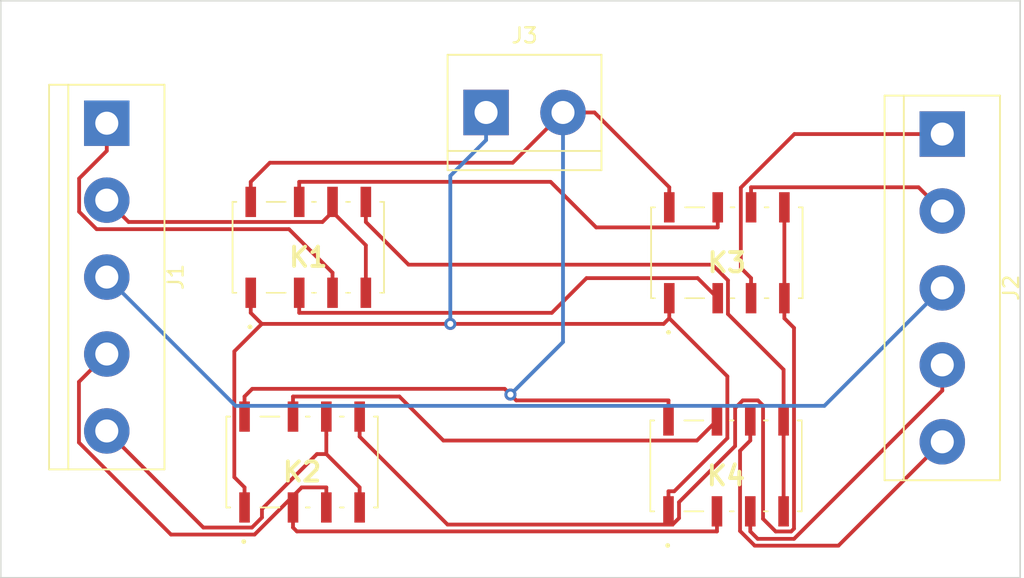
<source format=kicad_pcb>
(kicad_pcb (version 20211014) (generator pcbnew)
  (layers (0 "F.Cu" signal) (31 "B.Cu" signal) (34 "B.Paste" user) (35 "F.Paste" user) (36 "B.SilkS" user "B.Silkscreen") (37 "F.SilkS" user "F.Silkscreen") (38 "B.Mask" user) (39 "F.Mask" user) (44 "Edge.Cuts" user))
  (net 0 "")
  (net 1 "PIN2A")
  (net 2 "PIN3")
  (net 3 "PIN1A")
  (net 4 "PIN4A")
  (net 5 "PIN5A")
  (net 6 "PIN2B")
  (net 7 "PIN1B")
  (net 8 "PIN4B")
  (net 9 "PIN5B")
  (net 10 "Coil+")
  (net 11 "GND")
  (net 12 "Line1")
  (net 13 "Line3")
  (net 14 "Line2")
  (net 15 "Line5")
  (net 16 "Line4")
  (net 17 "Line6")
  (footprint "SamacSys_Parts:314620397" (layer "F.Cu") (at 174.8909 106.9136)
    (fp_text reference "K4" (at 0 0.65) (layer "F.SilkS") (effects (font (size 1.27 1.27) (thickness 0.254))))
    (fp_text value "3-1462039-7" hide)
    (fp_line (start 2.5 3) (end 2.75 3) (layer "F.SilkS") (width 0.1))
    (fp_line (start -5 -3) (end -5 3) (layer "F.SilkS") (width 0.1))
    (fp_line (start -2.75 -3) (end -2.75 -3) (layer "F.SilkS") (width 0.1))
    (fp_line (start -4.75 3) (end -4.75 3) (layer "F.SilkS") (width 0.1))
    (fp_line (start 0.25 -3) (end 0.25 -3) (layer "F.SilkS") (width 0.1))
    (fp_line (start -3.9 5.25) (end -3.9 5.25) (layer "F.SilkS") (width 0.2))
    (fp_line (start 2.75 3) (end 2.75 3) (layer "F.SilkS") (width 0.1))
    (fp_line (start 5 -3) (end 4.75 -3) (layer "F.SilkS") (width 0.1))
    (fp_line (start -3.9 5.25) (end -3.9 5.25) (layer "F.SilkS") (width 0.2))
    (fp_line (start 5 3) (end 5 3) (layer "F.SilkS") (width 0.1))
    (fp_line (start -5 -3) (end -4.75 -3) (layer "F.SilkS") (width 0.1))
    (fp_line (start 5 3) (end 5 3) (layer "F.SilkS") (width 0.1))
    (fp_line (start 0.5 3) (end 0.5 3) (layer "F.SilkS") (width 0.1))
    (fp_line (start -4.75 3) (end -5 3) (layer "F.SilkS") (width 0.1))
    (fp_line (start 2.5 -3) (end 2.75 -3) (layer "F.SilkS") (width 0.1))
    (fp_line (start -4.75 -3) (end -4.75 -3) (layer "F.SilkS") (width 0.1))
    (fp_line (start 4.75 3) (end 4.75 3) (layer "F.SilkS") (width 0.1))
    (fp_line (start 0.25 3) (end 0.25 3) (layer "F.SilkS") (width 0.1))
    (fp_line (start 0.5 -3) (end 0.5 -3) (layer "F.SilkS") (width 0.1))
    (fp_line (start 5 -3) (end 5 -3) (layer "F.SilkS") (width 0.1))
    (fp_line (start 2.75 3) (end 2.5 3) (layer "F.SilkS") (width 0.1))
    (fp_line (start -5 3) (end -5 3) (layer "F.SilkS") (width 0.1))
    (fp_line (start -5 3) (end -4.75 3) (layer "F.SilkS") (width 0.1))
    (fp_line (start -5 -3) (end -5 -3) (layer "F.SilkS") (width 0.1))
    (fp_line (start 5 -3) (end 5 -3) (layer "F.SilkS") (width 0.1))
    (fp_line (start -4.75 -3) (end -5 -3) (layer "F.SilkS") (width 0.1))
    (fp_line (start 5 -3) (end 5 3) (layer "F.SilkS") (width 0.1))
    (fp_line (start -2.75 3) (end -2.75 3) (layer "F.SilkS") (width 0.1))
    (fp_line (start 2.5 -3) (end 2.5 -3) (layer "F.SilkS") (width 0.1))
    (fp_line (start 0.5 3) (end 0.25 3) (layer "F.SilkS") (width 0.1))
    (fp_line (start -5 3) (end -5 3) (layer "F.SilkS") (width 0.1))
    (fp_line (start 4.75 3) (end 5 3) (layer "F.SilkS") (width 0.1))
    (fp_line (start 4.75 -3) (end 4.75 -3) (layer "F.SilkS") (width 0.1))
    (fp_line (start -3.8 5.25) (end -3.8 5.25) (layer "F.SilkS") (width 0.2))
    (fp_line (start 2.75 -3) (end 2.5 -3) (layer "F.SilkS") (width 0.1))
    (fp_line (start -5 3) (end -5 -3) (layer "F.SilkS") (width 0.1))
    (fp_line (start -1.5 3) (end -2.75 3) (layer "F.SilkS") (width 0.1))
    (fp_line (start 2.75 -3) (end 2.75 -3) (layer "F.SilkS") (width 0.1))
    (fp_line (start 0.5 -3) (end 0.25 -3) (layer "F.SilkS") (width 0.1))
    (fp_line (start -1.5 3) (end -1.5 3) (layer "F.SilkS") (width 0.1))
    (fp_line (start 5 3) (end 5 -3) (layer "F.SilkS") (width 0.1))
    (fp_line (start 4.75 -3) (end 5 -3) (layer "F.SilkS") (width 0.1))
    (fp_line (start 2.5 3) (end 2.5 3) (layer "F.SilkS") (width 0.1))
    (fp_line (start -2.75 -3) (end -1.5 -3) (layer "F.SilkS") (width 0.1))
    (fp_line (start -2.75 3) (end -1.5 3) (layer "F.SilkS") (width 0.1))
    (fp_line (start 5 3) (end 4.75 3) (layer "F.SilkS") (width 0.1))
    (fp_line (start -5 -3) (end -5 -3) (layer "F.SilkS") (width 0.1))
    (fp_line (start 0.25 -3) (end 0.5 -3) (layer "F.SilkS") (width 0.1))
    (fp_line (start -1.5 -3) (end -1.5 -3) (layer "F.SilkS") (width 0.1))
    (fp_line (start 0.25 3) (end 0.5 3) (layer "F.SilkS") (width 0.1))
    (fp_line (start -1.5 -3) (end -2.75 -3) (layer "F.SilkS") (width 0.1))
    (fp_arc (start -3.9 5.25) (mid -3.85 5.2) (end -3.8 5.25) (layer "F.SilkS") (width 0.2))
    (fp_arc (start -3.8 5.25) (mid -3.85 5.3) (end -3.9 5.25) (layer "F.SilkS") (width 0.2))
    (fp_arc (start -3.8 5.25) (mid -3.85 5.3) (end -3.9 5.25) (layer "F.SilkS") (width 0.2))
    (pad "1" smd rect locked (at -3.8 3) (size 0.7 2) (layers "F.Cu" "F.Paste" "F.Mask") (net 10 "Coil+"))
    (pad "2" smd rect locked (at -0.6 3) (size 0.7 2) (layers "F.Cu" "F.Paste" "F.Mask") (net 15 "Line5"))
    (pad "3" smd rect locked (at 1.6 3) (size 0.7 2) (layers "F.Cu" "F.Paste" "F.Mask") (net 8 "PIN4B"))
    (pad "4" smd rect locked (at 3.8 3) (size 0.7 2) (layers "F.Cu" "F.Paste" "F.Mask") (net 13 "Line3"))
    (pad "5" smd rect locked (at 3.8 -3) (size 0.7 2) (layers "F.Cu" "F.Paste" "F.Mask") (net 13 "Line3"))
    (pad "6" smd rect locked (at 1.6 -3) (size 0.7 2) (layers "F.Cu" "F.Paste" "F.Mask") (net 9 "PIN5B"))
    (pad "7" smd rect locked (at -0.6 -3) (size 0.7 2) (layers "F.Cu" "F.Paste" "F.Mask") (net 17 "Line6"))
    (pad "8" smd rect locked (at -3.8 -3) (size 0.7 2) (layers "F.Cu" "F.Paste" "F.Mask") (net 11 "GND"))
  )
  (footprint "SamacSys_Parts:314620397" (layer "F.Cu") (at 174.9421 92.8399)
    (fp_text reference "K3" (at 0 0.65) (layer "F.SilkS") (effects (font (size 1.27 1.27) (thickness 0.254))))
    (fp_text value "3-1462039-7" hide)
    (fp_line (start -5 3) (end -5 3) (layer "F.SilkS") (width 0.1))
    (fp_line (start 0.25 3) (end 0.5 3) (layer "F.SilkS") (width 0.1))
    (fp_line (start -3.8 5.25) (end -3.8 5.25) (layer "F.SilkS") (width 0.2))
    (fp_line (start -5 -3) (end -5 3) (layer "F.SilkS") (width 0.1))
    (fp_line (start -4.75 -3) (end -4.75 -3) (layer "F.SilkS") (width 0.1))
    (fp_line (start 2.5 -3) (end 2.75 -3) (layer "F.SilkS") (width 0.1))
    (fp_line (start 0.5 3) (end 0.5 3) (layer "F.SilkS") (width 0.1))
    (fp_line (start 5 3) (end 4.75 3) (layer "F.SilkS") (width 0.1))
    (fp_line (start -1.5 -3) (end -2.75 -3) (layer "F.SilkS") (width 0.1))
    (fp_line (start 5 -3) (end 4.75 -3) (layer "F.SilkS") (width 0.1))
    (fp_line (start 5 -3) (end 5 -3) (layer "F.SilkS") (width 0.1))
    (fp_line (start 4.75 3) (end 5 3) (layer "F.SilkS") (width 0.1))
    (fp_line (start -5 3) (end -5 3) (layer "F.SilkS") (width 0.1))
    (fp_line (start -1.5 -3) (end -1.5 -3) (layer "F.SilkS") (width 0.1))
    (fp_line (start 2.5 -3) (end 2.5 -3) (layer "F.SilkS") (width 0.1))
    (fp_line (start 0.25 3) (end 0.25 3) (layer "F.SilkS") (width 0.1))
    (fp_line (start -4.75 -3) (end -5 -3) (layer "F.SilkS") (width 0.1))
    (fp_line (start -5 -3) (end -5 -3) (layer "F.SilkS") (width 0.1))
    (fp_line (start 2.75 3) (end 2.5 3) (layer "F.SilkS") (width 0.1))
    (fp_line (start 5 3) (end 5 3) (layer "F.SilkS") (width 0.1))
    (fp_line (start 4.75 -3) (end 5 -3) (layer "F.SilkS") (width 0.1))
    (fp_line (start -5 -3) (end -5 -3) (layer "F.SilkS") (width 0.1))
    (fp_line (start 0.25 -3) (end 0.25 -3) (layer "F.SilkS") (width 0.1))
    (fp_line (start 2.5 3) (end 2.75 3) (layer "F.SilkS") (width 0.1))
    (fp_line (start 4.75 3) (end 4.75 3) (layer "F.SilkS") (width 0.1))
    (fp_line (start 0.5 -3) (end 0.5 -3) (layer "F.SilkS") (width 0.1))
    (fp_line (start -2.75 3) (end -1.5 3) (layer "F.SilkS") (width 0.1))
    (fp_line (start 2.75 3) (end 2.75 3) (layer "F.SilkS") (width 0.1))
    (fp_line (start 5 3) (end 5 3) (layer "F.SilkS") (width 0.1))
    (fp_line (start 2.5 3) (end 2.5 3) (layer "F.SilkS") (width 0.1))
    (fp_line (start 5 3) (end 5 -3) (layer "F.SilkS") (width 0.1))
    (fp_line (start -3.9 5.25) (end -3.9 5.25) (layer "F.SilkS") (width 0.2))
    (fp_line (start -5 -3) (end -4.75 -3) (layer "F.SilkS") (width 0.1))
    (fp_line (start -1.5 3) (end -2.75 3) (layer "F.SilkS") (width 0.1))
    (fp_line (start -2.75 -3) (end -1.5 -3) (layer "F.SilkS") (width 0.1))
    (fp_line (start -2.75 -3) (end -2.75 -3) (layer "F.SilkS") (width 0.1))
    (fp_line (start 5 -3) (end 5 -3) (layer "F.SilkS") (width 0.1))
    (fp_line (start -2.75 3) (end -2.75 3) (layer "F.SilkS") (width 0.1))
    (fp_line (start -3.9 5.25) (end -3.9 5.25) (layer "F.SilkS") (width 0.2))
    (fp_line (start 5 -3) (end 5 3) (layer "F.SilkS") (width 0.1))
    (fp_line (start 2.75 -3) (end 2.5 -3) (layer "F.SilkS") (width 0.1))
    (fp_line (start -1.5 3) (end -1.5 3) (layer "F.SilkS") (width 0.1))
    (fp_line (start 2.75 -3) (end 2.75 -3) (layer "F.SilkS") (width 0.1))
    (fp_line (start 0.25 -3) (end 0.5 -3) (layer "F.SilkS") (width 0.1))
    (fp_line (start -5 3) (end -4.75 3) (layer "F.SilkS") (width 0.1))
    (fp_line (start -5 3) (end -5 -3) (layer "F.SilkS") (width 0.1))
    (fp_line (start 4.75 -3) (end 4.75 -3) (layer "F.SilkS") (width 0.1))
    (fp_line (start 0.5 3) (end 0.25 3) (layer "F.SilkS") (width 0.1))
    (fp_line (start 0.5 -3) (end 0.25 -3) (layer "F.SilkS") (width 0.1))
    (fp_line (start -4.75 3) (end -4.75 3) (layer "F.SilkS") (width 0.1))
    (fp_line (start -4.75 3) (end -5 3) (layer "F.SilkS") (width 0.1))
    (fp_arc (start -3.9 5.25) (mid -3.85 5.2) (end -3.8 5.25) (layer "F.SilkS") (width 0.2))
    (fp_arc (start -3.8 5.25) (mid -3.85 5.3) (end -3.9 5.25) (layer "F.SilkS") (width 0.2))
    (fp_arc (start -3.8 5.25) (mid -3.85 5.3) (end -3.9 5.25) (layer "F.SilkS") (width 0.2))
    (pad "1" smd rect locked (at -3.8 3) (size 0.7 2) (layers "F.Cu" "F.Paste" "F.Mask") (net 10 "Coil+"))
    (pad "2" smd rect locked (at -0.6 3) (size 0.7 2) (layers "F.Cu" "F.Paste" "F.Mask") (net 12 "Line1"))
    (pad "3" smd rect locked (at 1.6 3) (size 0.7 2) (layers "F.Cu" "F.Paste" "F.Mask") (net 7 "PIN1B"))
    (pad "4" smd rect locked (at 3.8 3) (size 0.7 2) (layers "F.Cu" "F.Paste" "F.Mask") (net 16 "Line4"))
    (pad "5" smd rect locked (at 3.8 -3) (size 0.7 2) (layers "F.Cu" "F.Paste" "F.Mask") (net 16 "Line4"))
    (pad "6" smd rect locked (at 1.6 -3) (size 0.7 2) (layers "F.Cu" "F.Paste" "F.Mask") (net 6 "PIN2B"))
    (pad "7" smd rect locked (at -0.6 -3) (size 0.7 2) (layers "F.Cu" "F.Paste" "F.Mask") (net 14 "Line2"))
    (pad "8" smd rect locked (at -3.8 -3) (size 0.7 2) (layers "F.Cu" "F.Paste" "F.Mask") (net 11 "GND"))
  )
  (footprint "TerminalBlock:TerminalBlock_bornier-2_P5.08mm" (layer "F.Cu") (at 159.0449 83.5768)
    (fp_text reference "J3" (at 2.54 -5.08) (layer "F.SilkS"))
    (fp_text value "Screw_Terminal_01x02")
    (fp_line (start 7.62 3.81) (end 7.62 -3.81) (layer "F.SilkS") (width 0.12))
    (fp_line (start -2.54 -3.81) (end -2.54 3.81) (layer "F.SilkS") (width 0.12))
    (fp_line (start 7.62 -3.81) (end -2.54 -3.81) (layer "F.SilkS") (width 0.12))
    (fp_line (start 7.62 2.54) (end -2.54 2.54) (layer "F.SilkS") (width 0.12))
    (fp_line (start -2.54 3.81) (end 7.62 3.81) (layer "F.SilkS") (width 0.12))
    (pad "1" thru_hole rect locked (at 0 0) (size 3 3) (drill 1.52) (layers *.Cu *.Mask) (net 10 "Coil+"))
    (pad "2" thru_hole circle locked (at 5.08 0) (size 3 3) (drill 1.52) (layers *.Cu *.Mask) (net 11 "GND"))
  )
  (footprint "SamacSys_Parts:314620397" (layer "F.Cu") (at 146.8971 106.6577)
    (fp_text reference "K2" (at 0 0.65) (layer "F.SilkS") (effects (font (size 1.27 1.27) (thickness 0.254))))
    (fp_text value "3-1462039-7" hide)
    (fp_line (start 2.75 -3) (end 2.75 -3) (layer "F.SilkS") (width 0.1))
    (fp_line (start -3.8 5.25) (end -3.8 5.25) (layer "F.SilkS") (width 0.2))
    (fp_line (start 5 -3) (end 5 3) (layer "F.SilkS") (width 0.1))
    (fp_line (start -5 3) (end -5 -3) (layer "F.SilkS") (width 0.1))
    (fp_line (start -4.75 3) (end -5 3) (layer "F.SilkS") (width 0.1))
    (fp_line (start -5 -3) (end -5 3) (layer "F.SilkS") (width 0.1))
    (fp_line (start 0.25 -3) (end 0.25 -3) (layer "F.SilkS") (width 0.1))
    (fp_line (start 2.75 3) (end 2.75 3) (layer "F.SilkS") (width 0.1))
    (fp_line (start -2.75 -3) (end -2.75 -3) (layer "F.SilkS") (width 0.1))
    (fp_line (start -5 3) (end -4.75 3) (layer "F.SilkS") (width 0.1))
    (fp_line (start 5 3) (end 4.75 3) (layer "F.SilkS") (width 0.1))
    (fp_line (start 0.5 3) (end 0.25 3) (layer "F.SilkS") (width 0.1))
    (fp_line (start 2.5 -3) (end 2.75 -3) (layer "F.SilkS") (width 0.1))
    (fp_line (start 0.5 -3) (end 0.25 -3) (layer "F.SilkS") (width 0.1))
    (fp_line (start 5 -3) (end 5 -3) (layer "F.SilkS") (width 0.1))
    (fp_line (start 2.75 -3) (end 2.5 -3) (layer "F.SilkS") (width 0.1))
    (fp_line (start 0.5 -3) (end 0.5 -3) (layer "F.SilkS") (width 0.1))
    (fp_line (start 4.75 3) (end 4.75 3) (layer "F.SilkS") (width 0.1))
    (fp_line (start 0.25 3) (end 0.25 3) (layer "F.SilkS") (width 0.1))
    (fp_line (start -5 -3) (end -4.75 -3) (layer "F.SilkS") (width 0.1))
    (fp_line (start 2.5 3) (end 2.75 3) (layer "F.SilkS") (width 0.1))
    (fp_line (start 2.75 3) (end 2.5 3) (layer "F.SilkS") (width 0.1))
    (fp_line (start 4.75 3) (end 5 3) (layer "F.SilkS") (width 0.1))
    (fp_line (start 5 -3) (end 5 -3) (layer "F.SilkS") (width 0.1))
    (fp_line (start 5 3) (end 5 -3) (layer "F.SilkS") (width 0.1))
    (fp_line (start 5 3) (end 5 3) (layer "F.SilkS") (width 0.1))
    (fp_line (start -1.5 -3) (end -1.5 -3) (layer "F.SilkS") (width 0.1))
    (fp_line (start -4.75 -3) (end -4.75 -3) (layer "F.SilkS") (width 0.1))
    (fp_line (start -5 3) (end -5 3) (layer "F.SilkS") (width 0.1))
    (fp_line (start 2.5 -3) (end 2.5 -3) (layer "F.SilkS") (width 0.1))
    (fp_line (start -1.5 3) (end -1.5 3) (layer "F.SilkS") (width 0.1))
    (fp_line (start -4.75 -3) (end -5 -3) (layer "F.SilkS") (width 0.1))
    (fp_line (start -5 -3) (end -5 -3) (layer "F.SilkS") (width 0.1))
    (fp_line (start -2.75 3) (end -1.5 3) (layer "F.SilkS") (width 0.1))
    (fp_line (start 5 -3) (end 4.75 -3) (layer "F.SilkS") (width 0.1))
    (fp_line (start 5 3) (end 5 3) (layer "F.SilkS") (width 0.1))
    (fp_line (start -1.5 -3) (end -2.75 -3) (layer "F.SilkS") (width 0.1))
    (fp_line (start -2.75 -3) (end -1.5 -3) (layer "F.SilkS") (width 0.1))
    (fp_line (start 0.25 -3) (end 0.5 -3) (layer "F.SilkS") (width 0.1))
    (fp_line (start 2.5 3) (end 2.5 3) (layer "F.SilkS") (width 0.1))
    (fp_line (start -3.9 5.25) (end -3.9 5.25) (layer "F.SilkS") (width 0.2))
    (fp_line (start -1.5 3) (end -2.75 3) (layer "F.SilkS") (width 0.1))
    (fp_line (start -5 -3) (end -5 -3) (layer "F.SilkS") (width 0.1))
    (fp_line (start 0.25 3) (end 0.5 3) (layer "F.SilkS") (width 0.1))
    (fp_line (start -5 3) (end -5 3) (layer "F.SilkS") (width 0.1))
    (fp_line (start -4.75 3) (end -4.75 3) (layer "F.SilkS") (width 0.1))
    (fp_line (start 4.75 -3) (end 5 -3) (layer "F.SilkS") (width 0.1))
    (fp_line (start -2.75 3) (end -2.75 3) (layer "F.SilkS") (width 0.1))
    (fp_line (start 4.75 -3) (end 4.75 -3) (layer "F.SilkS") (width 0.1))
    (fp_line (start 0.5 3) (end 0.5 3) (layer "F.SilkS") (width 0.1))
    (fp_line (start -3.9 5.25) (end -3.9 5.25) (layer "F.SilkS") (width 0.2))
    (fp_arc (start -3.8 5.25) (mid -3.85 5.3) (end -3.9 5.25) (layer "F.SilkS") (width 0.2))
    (fp_arc (start -3.9 5.25) (mid -3.85 5.2) (end -3.8 5.25) (layer "F.SilkS") (width 0.2))
    (fp_arc (start -3.8 5.25) (mid -3.85 5.3) (end -3.9 5.25) (layer "F.SilkS") (width 0.2))
    (pad "1" smd rect locked (at -3.8 3) (size 0.7 2) (layers "F.Cu" "F.Paste" "F.Mask") (net 10 "Coil+"))
    (pad "2" smd rect locked (at -0.6 3) (size 0.7 2) (layers "F.Cu" "F.Paste" "F.Mask") (net 15 "Line5"))
    (pad "3" smd rect locked (at 1.6 3) (size 0.7 2) (layers "F.Cu" "F.Paste" "F.Mask") (net 4 "PIN4A"))
    (pad "4" smd rect locked (at 3.8 3) (size 0.7 2) (layers "F.Cu" "F.Paste" "F.Mask") (net 5 "PIN5A"))
    (pad "5" smd rect locked (at 3.8 -3) (size 0.7 2) (layers "F.Cu" "F.Paste" "F.Mask") (net 16 "Line4"))
    (pad "6" smd rect locked (at 1.6 -3) (size 0.7 2) (layers "F.Cu" "F.Paste" "F.Mask") (net 5 "PIN5A"))
    (pad "7" smd rect locked (at -0.6 -3) (size 0.7 2) (layers "F.Cu" "F.Paste" "F.Mask") (net 17 "Line6"))
    (pad "8" smd rect locked (at -3.8 -3) (size 0.7 2) (layers "F.Cu" "F.Paste" "F.Mask") (net 11 "GND"))
  )
  (footprint "TerminalBlock:TerminalBlock_bornier-5_P5.08mm" (layer "F.Cu") (at 134.0005 84.2856 -90)
    (fp_text reference "J1" (at 10.15 -4.55 90) (layer "F.SilkS"))
    (fp_text value "Screw_Terminal_01x05")
    (fp_line (start 22.86 -3.81) (end 22.86 3.81) (layer "F.SilkS") (width 0.12))
    (fp_line (start -2.54 2.54) (end 22.86 2.54) (layer "F.SilkS") (width 0.12))
    (fp_line (start -2.54 3.81) (end 22.86 3.81) (layer "F.SilkS") (width 0.12))
    (fp_line (start -2.54 -3.81) (end 22.86 -3.81) (layer "F.SilkS") (width 0.12))
    (fp_line (start -2.54 -3.81) (end -2.54 3.81) (layer "F.SilkS") (width 0.12))
    (pad "1" thru_hole rect locked (at 0 0 270) (size 3 3) (drill 1.52) (layers *.Cu *.Mask) (net 3 "PIN1A"))
    (pad "2" thru_hole circle locked (at 5.08 0 270) (size 3 3) (drill 1.52) (layers *.Cu *.Mask) (net 1 "PIN2A"))
    (pad "3" thru_hole circle locked (at 10.16 0 270) (size 3 3) (drill 1.52) (layers *.Cu *.Mask) (net 2 "PIN3"))
    (pad "4" thru_hole circle locked (at 15.24 0 270) (size 3 3) (drill 1.52) (layers *.Cu *.Mask) (net 4 "PIN4A"))
    (pad "5" thru_hole circle locked (at 20.32 0 270) (size 3 3) (drill 1.52) (layers *.Cu *.Mask) (net 5 "PIN5A"))
  )
  (footprint "SamacSys_Parts:314620397" (layer "F.Cu") (at 147.3065 92.4816)
    (fp_text reference "K1" (at 0 0.65) (layer "F.SilkS") (effects (font (size 1.27 1.27) (thickness 0.254))))
    (fp_text value "3-1462039-7" hide)
    (fp_line (start 5 3) (end 5 3) (layer "F.SilkS") (width 0.1))
    (fp_line (start -4.75 -3) (end -5 -3) (layer "F.SilkS") (width 0.1))
    (fp_line (start -5 -3) (end -5 -3) (layer "F.SilkS") (width 0.1))
    (fp_line (start 5 3) (end 5 -3) (layer "F.SilkS") (width 0.1))
    (fp_line (start -1.5 3) (end -1.5 3) (layer "F.SilkS") (width 0.1))
    (fp_line (start -5 3) (end -5 -3) (layer "F.SilkS") (width 0.1))
    (fp_line (start 5 -3) (end 5 -3) (layer "F.SilkS") (width 0.1))
    (fp_line (start -4.75 3) (end -4.75 3) (layer "F.SilkS") (width 0.1))
    (fp_line (start -2.75 -3) (end -2.75 -3) (layer "F.SilkS") (width 0.1))
    (fp_line (start 2.5 3) (end 2.75 3) (layer "F.SilkS") (width 0.1))
    (fp_line (start 4.75 3) (end 4.75 3) (layer "F.SilkS") (width 0.1))
    (fp_line (start 2.5 -3) (end 2.5 -3) (layer "F.SilkS") (width 0.1))
    (fp_line (start -4.75 3) (end -5 3) (layer "F.SilkS") (width 0.1))
    (fp_line (start 2.5 -3) (end 2.75 -3) (layer "F.SilkS") (width 0.1))
    (fp_line (start 5 3) (end 4.75 3) (layer "F.SilkS") (width 0.1))
    (fp_line (start -5 3) (end -5 3) (layer "F.SilkS") (width 0.1))
    (fp_line (start 5 -3) (end 4.75 -3) (layer "F.SilkS") (width 0.1))
    (fp_line (start -1.5 -3) (end -1.5 -3) (layer "F.SilkS") (width 0.1))
    (fp_line (start 0.25 3) (end 0.25 3) (layer "F.SilkS") (width 0.1))
    (fp_line (start 5 -3) (end 5 -3) (layer "F.SilkS") (width 0.1))
    (fp_line (start 0.5 3) (end 0.25 3) (layer "F.SilkS") (width 0.1))
    (fp_line (start -1.5 -3) (end -2.75 -3) (layer "F.SilkS") (width 0.1))
    (fp_line (start -2.75 3) (end -1.5 3) (layer "F.SilkS") (width 0.1))
    (fp_line (start -5 3) (end -5 3) (layer "F.SilkS") (width 0.1))
    (fp_line (start -1.5 3) (end -2.75 3) (layer "F.SilkS") (width 0.1))
    (fp_line (start -3.9 5.25) (end -3.9 5.25) (layer "F.SilkS") (width 0.2))
    (fp_line (start 0.5 3) (end 0.5 3) (layer "F.SilkS") (width 0.1))
    (fp_line (start 4.75 3) (end 5 3) (layer "F.SilkS") (width 0.1))
    (fp_line (start -5 -3) (end -5 -3) (layer "F.SilkS") (width 0.1))
    (fp_line (start -2.75 -3) (end -1.5 -3) (layer "F.SilkS") (width 0.1))
    (fp_line (start 2.75 -3) (end 2.75 -3) (layer "F.SilkS") (width 0.1))
    (fp_line (start 2.75 3) (end 2.5 3) (layer "F.SilkS") (width 0.1))
    (fp_line (start 0.5 -3) (end 0.5 -3) (layer "F.SilkS") (width 0.1))
    (fp_line (start 2.75 -3) (end 2.5 -3) (layer "F.SilkS") (width 0.1))
    (fp_line (start -2.75 3) (end -2.75 3) (layer "F.SilkS") (width 0.1))
    (fp_line (start 0.25 -3) (end 0.5 -3) (layer "F.SilkS") (width 0.1))
    (fp_line (start -3.9 5.25) (end -3.9 5.25) (layer "F.SilkS") (width 0.2))
    (fp_line (start 5 3) (end 5 3) (layer "F.SilkS") (width 0.1))
    (fp_line (start 5 -3) (end 5 3) (layer "F.SilkS") (width 0.1))
    (fp_line (start -5 -3) (end -4.75 -3) (layer "F.SilkS") (width 0.1))
    (fp_line (start 0.25 3) (end 0.5 3) (layer "F.SilkS") (width 0.1))
    (fp_line (start 4.75 -3) (end 4.75 -3) (layer "F.SilkS") (width 0.1))
    (fp_line (start -3.8 5.25) (end -3.8 5.25) (layer "F.SilkS") (width 0.2))
    (fp_line (start 2.5 3) (end 2.5 3) (layer "F.SilkS") (width 0.1))
    (fp_line (start 4.75 -3) (end 5 -3) (layer "F.SilkS") (width 0.1))
    (fp_line (start -5 3) (end -4.75 3) (layer "F.SilkS") (width 0.1))
    (fp_line (start 0.25 -3) (end 0.25 -3) (layer "F.SilkS") (width 0.1))
    (fp_line (start -4.75 -3) (end -4.75 -3) (layer "F.SilkS") (width 0.1))
    (fp_line (start -5 -3) (end -5 3) (layer "F.SilkS") (width 0.1))
    (fp_line (start 0.5 -3) (end 0.25 -3) (layer "F.SilkS") (width 0.1))
    (fp_line (start 2.75 3) (end 2.75 3) (layer "F.SilkS") (width 0.1))
    (fp_arc (start -3.9 5.25) (mid -3.85 5.2) (end -3.8 5.25) (layer "F.SilkS") (width 0.2))
    (fp_arc (start -3.8 5.25) (mid -3.85 5.3) (end -3.9 5.25) (layer "F.SilkS") (width 0.2))
    (fp_arc (start -3.8 5.25) (mid -3.85 5.3) (end -3.9 5.25) (layer "F.SilkS") (width 0.2))
    (pad "1" smd rect locked (at -3.8 3) (size 0.7 2) (layers "F.Cu" "F.Paste" "F.Mask") (net 10 "Coil+"))
    (pad "2" smd rect locked (at -0.6 3) (size 0.7 2) (layers "F.Cu" "F.Paste" "F.Mask") (net 12 "Line1"))
    (pad "3" smd rect locked (at 1.6 3) (size 0.7 2) (layers "F.Cu" "F.Paste" "F.Mask") (net 3 "PIN1A"))
    (pad "4" smd rect locked (at 3.8 3) (size 0.7 2) (layers "F.Cu" "F.Paste" "F.Mask") (net 1 "PIN2A"))
    (pad "5" smd rect locked (at 3.8 -3) (size 0.7 2) (layers "F.Cu" "F.Paste" "F.Mask") (net 13 "Line3"))
    (pad "6" smd rect locked (at 1.6 -3) (size 0.7 2) (layers "F.Cu" "F.Paste" "F.Mask") (net 1 "PIN2A"))
    (pad "7" smd rect locked (at -0.6 -3) (size 0.7 2) (layers "F.Cu" "F.Paste" "F.Mask") (net 14 "Line2"))
    (pad "8" smd rect locked (at -3.8 -3) (size 0.7 2) (layers "F.Cu" "F.Paste" "F.Mask") (net 11 "GND"))
  )
  (footprint "TerminalBlock:TerminalBlock_bornier-5_P5.08mm" (layer "F.Cu") (at 189.1693 85.002 -90)
    (fp_text reference "J2" (at 10.15 -4.55 90) (layer "F.SilkS"))
    (fp_text value "Screw_Terminal_01x05")
    (fp_line (start -2.54 -3.81) (end 22.86 -3.81) (layer "F.SilkS") (width 0.12))
    (fp_line (start -2.54 2.54) (end 22.86 2.54) (layer "F.SilkS") (width 0.12))
    (fp_line (start -2.54 -3.81) (end -2.54 3.81) (layer "F.SilkS") (width 0.12))
    (fp_line (start 22.86 -3.81) (end 22.86 3.81) (layer "F.SilkS") (width 0.12))
    (fp_line (start -2.54 3.81) (end 22.86 3.81) (layer "F.SilkS") (width 0.12))
    (pad "1" thru_hole rect locked (at 0 0 270) (size 3 3) (drill 1.52) (layers *.Cu *.Mask) (net 7 "PIN1B"))
    (pad "2" thru_hole circle locked (at 5.08 0 270) (size 3 3) (drill 1.52) (layers *.Cu *.Mask) (net 6 "PIN2B"))
    (pad "3" thru_hole circle locked (at 10.16 0 270) (size 3 3) (drill 1.52) (layers *.Cu *.Mask) (net 2 "PIN3"))
    (pad "4" thru_hole circle locked (at 15.24 0 270) (size 3 3) (drill 1.52) (layers *.Cu *.Mask) (net 8 "PIN4B"))
    (pad "5" thru_hole circle locked (at 20.32 0 270) (size 3 3) (drill 1.52) (layers *.Cu *.Mask) (net 9 "PIN5B"))
  )
  (gr_line (start 127 114.3) (end 194.31 114.3) (layer "Edge.Cuts") (width 0.1))
  (gr_line (start 194.31 76.2) (end 127 76.2) (layer "Edge.Cuts") (width 0.1))
  (gr_line (start 127 76.2) (end 127 114.3) (layer "Edge.Cuts") (width 0.1))
  (gr_line (start 194.31 114.3) (end 194.31 76.2) (layer "Edge.Cuts") (width 0.1))
  (segment (start 148.9065 89.4816) (end 148.9065 90.1441) (width 0.25) (layer "F.Cu") (net 1))
  (segment (start 151.1065 92.3441) (end 151.1065 95.4816) (width 0.25) (layer "F.Cu") (net 1))
  (segment (start 148.9065 90.1441) (end 151.1065 92.3441) (width 0.25) (layer "F.Cu") (net 1))
  (segment (start 134.0005 89.3656) (end 135.4417 90.8068) (width 0.25) (layer "F.Cu") (net 1))
  (segment (start 135.4417 90.8068) (end 148.2438 90.8068) (width 0.25) (layer "F.Cu") (net 1))
  (segment (start 148.2438 90.8068) (end 148.9065 90.1441) (width 0.25) (layer "F.Cu") (net 1))
  (segment (start 142.5031 102.9482) (end 181.3831 102.9482) (width 0.25) (layer "B.Cu") (net 2))
  (segment (start 134.0005 94.4456) (end 142.5031 102.9482) (width 0.25) (layer "B.Cu") (net 2))
  (segment (start 181.3831 102.9482) (end 189.1693 95.162) (width 0.25) (layer "B.Cu") (net 2))
  (segment (start 132.1754 90.1286) (end 132.1754 87.9358) (width 0.25) (layer "F.Cu") (net 3))
  (segment (start 132.1754 87.9358) (end 134.0005 86.1107) (width 0.25) (layer "F.Cu") (net 3))
  (segment (start 148.9065 95.4816) (end 148.9065 94.1565) (width 0.25) (layer "F.Cu") (net 3))
  (segment (start 133.3289 91.2821) (end 132.1754 90.1286) (width 0.25) (layer "F.Cu") (net 3))
  (segment (start 134.0005 84.2856) (end 134.0005 86.1107) (width 0.25) (layer "F.Cu") (net 3))
  (segment (start 146.0321 91.2821) (end 133.3289 91.2821) (width 0.25) (layer "F.Cu") (net 3))
  (segment (start 148.9065 94.1565) (end 146.0321 91.2821) (width 0.25) (layer "F.Cu") (net 3))
  (segment (start 134.0005 99.5256) (end 132.1629 101.3632) (width 0.25) (layer "F.Cu") (net 4))
  (segment (start 143.7581 111.4462) (end 146.8717 108.3326) (width 0.25) (layer "F.Cu") (net 4))
  (segment (start 132.1629 101.3632) (end 132.1629 105.3695) (width 0.25) (layer "F.Cu") (net 4))
  (segment (start 146.8717 108.3326) (end 148.4971 108.3326) (width 0.25) (layer "F.Cu") (net 4))
  (segment (start 148.4971 109.6577) (end 148.4971 108.3326) (width 0.25) (layer "F.Cu") (net 4))
  (segment (start 132.1629 105.3695) (end 138.2396 111.4462) (width 0.25) (layer "F.Cu") (net 4))
  (segment (start 138.2396 111.4462) (end 143.7581 111.4462) (width 0.25) (layer "F.Cu") (net 4))
  (segment (start 140.3778 110.9829) (end 134.0005 104.6056) (width 0.25) (layer "F.Cu") (net 5))
  (segment (start 144.2471 109.7619) (end 144.2471 110.3205) (width 0.25) (layer "F.Cu") (net 5))
  (segment (start 148.4971 103.6577) (end 148.4971 104.8702) (width 0.25) (layer "F.Cu") (net 5))
  (segment (start 143.5847 110.9829) (end 140.3778 110.9829) (width 0.25) (layer "F.Cu") (net 5))
  (segment (start 150.6971 109.6577) (end 150.6971 108.3326) (width 0.25) (layer "F.Cu") (net 5))
  (segment (start 148.4971 104.8702) (end 148.4971 106.1326) (width 0.25) (layer "F.Cu") (net 5))
  (segment (start 148.4971 106.1326) (end 147.8764 106.1326) (width 0.25) (layer "F.Cu") (net 5))
  (segment (start 144.2471 110.3205) (end 143.5847 110.9829) (width 0.25) (layer "F.Cu") (net 5))
  (segment (start 148.4971 106.1326) (end 150.6971 108.3326) (width 0.25) (layer "F.Cu") (net 5))
  (segment (start 147.8764 106.1326) (end 144.2471 109.7619) (width 0.25) (layer "F.Cu") (net 5))
  (segment (start 189.1693 90.082) (end 187.6021 88.5148) (width 0.25) (layer "F.Cu") (net 6))
  (segment (start 187.6021 88.5148) (end 176.5421 88.5148) (width 0.25) (layer "F.Cu") (net 6))
  (segment (start 176.5421 89.8399) (end 176.5421 88.5148) (width 0.25) (layer "F.Cu") (net 6))
  (segment (start 176.5421 95.8399) (end 176.5421 94.5148) (width 0.25) (layer "F.Cu") (net 7))
  (segment (start 175.867 93.8397) (end 176.5421 94.5148) (width 0.25) (layer "F.Cu") (net 7))
  (segment (start 179.4056 85.002) (end 175.867 88.5406) (width 0.25) (layer "F.Cu") (net 7))
  (segment (start 189.1693 85.002) (end 179.4056 85.002) (width 0.25) (layer "F.Cu") (net 7))
  (segment (start 175.867 88.5406) (end 175.867 93.8397) (width 0.25) (layer "F.Cu") (net 7))
  (segment (start 179.3805 111.7301) (end 176.9823 111.7301) (width 0.25) (layer "F.Cu") (net 8))
  (segment (start 189.1693 101.9413) (end 179.3805 111.7301) (width 0.25) (layer "F.Cu") (net 8))
  (segment (start 189.1693 100.242) (end 189.1693 101.9413) (width 0.25) (layer "F.Cu") (net 8))
  (segment (start 176.9823 111.7301) (end 176.4909 111.2387) (width 0.25) (layer "F.Cu") (net 8))
  (segment (start 176.4909 109.9136) (end 176.4909 111.2387) (width 0.25) (layer "F.Cu") (net 8))
  (segment (start 176.4909 103.9136) (end 176.4909 105.2387) (width 0.25) (layer "F.Cu") (net 9))
  (segment (start 176.784 112.1803) (end 182.311 112.1803) (width 0.25) (layer "F.Cu") (net 9))
  (segment (start 175.8158 111.2121) (end 176.784 112.1803) (width 0.25) (layer "F.Cu") (net 9))
  (segment (start 182.311 112.1803) (end 189.1693 105.322) (width 0.25) (layer "F.Cu") (net 9))
  (segment (start 175.8158 105.9138) (end 175.8158 111.2121) (width 0.25) (layer "F.Cu") (net 9))
  (segment (start 176.4909 105.2387) (end 175.8158 105.9138) (width 0.25) (layer "F.Cu") (net 9))
  (segment (start 174.9768 105.0823) (end 171.4706 108.5885) (width 0.25) (layer "F.Cu") (net 10))
  (segment (start 171.1421 97.165) (end 174.9768 100.9997) (width 0.25) (layer "F.Cu") (net 10))
  (segment (start 144.2365 97.5367) (end 142.422 99.3512) (width 0.25) (layer "F.Cu") (net 10))
  (segment (start 156.684 97.5367) (end 170.7704 97.5367) (width 0.25) (layer "F.Cu") (net 10))
  (segment (start 144.2365 97.5367) (end 143.5065 96.8067) (width 0.25) (layer "F.Cu") (net 10))
  (segment (start 170.7704 97.5367) (end 171.1421 97.165) (width 0.25) (layer "F.Cu") (net 10))
  (segment (start 171.1421 95.8399) (end 171.1421 97.165) (width 0.25) (layer "F.Cu") (net 10))
  (segment (start 142.422 107.6575) (end 143.0971 108.3326) (width 0.25) (layer "F.Cu") (net 10))
  (segment (start 174.9768 100.9997) (end 174.9768 105.0823) (width 0.25) (layer "F.Cu") (net 10))
  (segment (start 142.422 99.3512) (end 142.422 107.6575) (width 0.25) (layer "F.Cu") (net 10))
  (segment (start 171.0909 109.9136) (end 171.0909 108.5885) (width 0.25) (layer "F.Cu") (net 10))
  (segment (start 156.684 97.5367) (end 144.2365 97.5367) (width 0.25) (layer "F.Cu") (net 10))
  (segment (start 143.0971 109.6577) (end 143.0971 108.3326) (width 0.25) (layer "F.Cu") (net 10))
  (segment (start 171.4706 108.5885) (end 171.0909 108.5885) (width 0.25) (layer "F.Cu") (net 10))
  (segment (start 143.5065 95.4816) (end 143.5065 96.8067) (width 0.25) (layer "F.Cu") (net 10))
  (via (at 156.684 97.5367) (size 0.8) (drill 0.4) (layers "F.Cu" "B.Cu") (net 10))
  (segment (start 159.0449 83.5768) (end 159.0449 85.4019) (width 0.25) (layer "B.Cu") (net 10))
  (segment (start 159.0449 85.4019) (end 156.684 87.7628) (width 0.25) (layer "B.Cu") (net 10))
  (segment (start 156.684 87.7628) (end 156.684 97.5367) (width 0.25) (layer "B.Cu") (net 10))
  (segment (start 171.0909 102.5885) (end 161.04 102.5885) (width 0.25) (layer "F.Cu") (net 11))
  (segment (start 143.5065 89.4816) (end 143.5065 88.1565) (width 0.25) (layer "F.Cu") (net 11))
  (segment (start 160.276 101.8245) (end 143.6052 101.8245) (width 0.25) (layer "F.Cu") (net 11))
  (segment (start 144.7668 86.8962) (end 143.5065 88.1565) (width 0.25) (layer "F.Cu") (net 11))
  (segment (start 164.1249 83.5768) (end 160.8055 86.8962) (width 0.25) (layer "F.Cu") (net 11))
  (segment (start 160.8055 86.8962) (end 144.7668 86.8962) (width 0.25) (layer "F.Cu") (net 11))
  (segment (start 161.04 102.5885) (end 160.6552 102.2037) (width 0.25) (layer "F.Cu") (net 11))
  (segment (start 143.6052 101.8245) (end 143.0971 102.3326) (width 0.25) (layer "F.Cu") (net 11))
  (segment (start 171.1421 89.8399) (end 171.1421 88.5148) (width 0.25) (layer "F.Cu") (net 11))
  (segment (start 143.0971 103.6577) (end 143.0971 102.3326) (width 0.25) (layer "F.Cu") (net 11))
  (segment (start 164.1249 83.5768) (end 166.2041 83.5768) (width 0.25) (layer "F.Cu") (net 11))
  (segment (start 160.6552 102.2037) (end 160.276 101.8245) (width 0.25) (layer "F.Cu") (net 11))
  (segment (start 166.2041 83.5768) (end 171.1421 88.5148) (width 0.25) (layer "F.Cu") (net 11))
  (segment (start 171.0909 103.9136) (end 171.0909 102.5885) (width 0.25) (layer "F.Cu") (net 11))
  (via (at 160.6552 102.2037) (size 0.8) (drill 0.4) (layers "F.Cu" "B.Cu") (net 11))
  (segment (start 164.1249 83.5768) (end 164.1249 98.734) (width 0.25) (layer "B.Cu") (net 11))
  (segment (start 164.1249 98.734) (end 160.6552 102.2037) (width 0.25) (layer "B.Cu") (net 11))
  (segment (start 163.3861 96.8067) (end 146.7065 96.8067) (width 0.25) (layer "F.Cu") (net 12))
  (segment (start 174.3421 95.8399) (end 173.0169 94.5147) (width 0.25) (layer "F.Cu") (net 12))
  (segment (start 165.6781 94.5147) (end 163.3861 96.8067) (width 0.25) (layer "F.Cu") (net 12))
  (segment (start 173.0169 94.5147) (end 165.6781 94.5147) (width 0.25) (layer "F.Cu") (net 12))
  (segment (start 146.7065 95.4816) (end 146.7065 96.8067) (width 0.25) (layer "F.Cu") (net 12))
  (segment (start 175.0173 94.662) (end 175.0173 96.8846) (width 0.25) (layer "F.Cu") (net 13))
  (segment (start 175.0173 96.8846) (end 178.6909 100.5582) (width 0.25) (layer "F.Cu") (net 13))
  (segment (start 151.1065 90.8067) (end 153.9265 93.6267) (width 0.25) (layer "F.Cu") (net 13))
  (segment (start 151.1065 89.4816) (end 151.1065 90.8067) (width 0.25) (layer "F.Cu") (net 13))
  (segment (start 153.9265 93.6267) (end 173.982 93.6267) (width 0.25) (layer "F.Cu") (net 13))
  (segment (start 178.6909 100.5582) (end 178.6909 103.9136) (width 0.25) (layer "F.Cu") (net 13))
  (segment (start 173.982 93.6267) (end 175.0173 94.662) (width 0.25) (layer "F.Cu") (net 13))
  (segment (start 178.6909 109.9136) (end 178.6909 103.9136) (width 0.25) (layer "F.Cu") (net 13))
  (segment (start 146.7065 88.1565) (end 163.3063 88.1565) (width 0.25) (layer "F.Cu") (net 14))
  (segment (start 166.3148 91.165) (end 174.3421 91.165) (width 0.25) (layer "F.Cu") (net 14))
  (segment (start 163.3063 88.1565) (end 166.3148 91.165) (width 0.25) (layer "F.Cu") (net 14))
  (segment (start 146.7065 89.4816) (end 146.7065 88.1565) (width 0.25) (layer "F.Cu") (net 14))
  (segment (start 174.3421 89.8399) (end 174.3421 91.165) (width 0.25) (layer "F.Cu") (net 14))
  (segment (start 146.2971 110.9828) (end 146.553 111.2387) (width 0.25) (layer "F.Cu") (net 15))
  (segment (start 146.2971 109.6577) (end 146.2971 110.9828) (width 0.25) (layer "F.Cu") (net 15))
  (segment (start 146.553 111.2387) (end 174.2909 111.2387) (width 0.25) (layer "F.Cu") (net 15))
  (segment (start 174.2909 109.9136) (end 174.2909 111.2387) (width 0.25) (layer "F.Cu") (net 15))
  (segment (start 150.6971 104.9828) (end 156.5017 110.7874) (width 0.25) (layer "F.Cu") (net 16))
  (segment (start 178.7421 95.8399) (end 178.7421 97.165) (width 0.25) (layer "F.Cu") (net 16))
  (segment (start 179.3781 97.801) (end 178.7421 97.165) (width 0.25) (layer "F.Cu") (net 16))
  (segment (start 179.3781 111.0567) (end 179.3781 97.801) (width 0.25) (layer "F.Cu") (net 16))
  (segment (start 171.3607 110.7874) (end 171.7855 110.3626) (width 0.25) (layer "F.Cu") (net 16))
  (segment (start 178.7421 89.8399) (end 178.7421 95.8399) (width 0.25) (layer "F.Cu") (net 16))
  (segment (start 178.1688 111.2432) (end 179.1916 111.2432) (width 0.25) (layer "F.Cu") (net 16))
  (segment (start 175.4903 105.6026) (end 175.4903 103.0966) (width 0.25) (layer "F.Cu") (net 16))
  (segment (start 177.3341 102.9262) (end 177.3341 110.4085) (width 0.25) (layer "F.Cu") (net 16))
  (segment (start 150.6971 103.6577) (end 150.6971 104.9828) (width 0.25) (layer "F.Cu") (net 16))
  (segment (start 156.5017 110.7874) (end 171.3607 110.7874) (width 0.25) (layer "F.Cu") (net 16))
  (segment (start 176.9962 102.5883) (end 177.3341 102.9262) (width 0.25) (layer "F.Cu") (net 16))
  (segment (start 177.3341 110.4085) (end 178.1688 111.2432) (width 0.25) (layer "F.Cu") (net 16))
  (segment (start 175.4903 103.0966) (end 175.9986 102.5883) (width 0.25) (layer "F.Cu") (net 16))
  (segment (start 171.7855 109.3074) (end 175.4903 105.6026) (width 0.25) (layer "F.Cu") (net 16))
  (segment (start 175.9986 102.5883) (end 176.9962 102.5883) (width 0.25) (layer "F.Cu") (net 16))
  (segment (start 171.7855 110.3626) (end 171.7855 109.3074) (width 0.25) (layer "F.Cu") (net 16))
  (segment (start 179.1916 111.2432) (end 179.3781 111.0567) (width 0.25) (layer "F.Cu") (net 16))
  (segment (start 172.9657 105.2388) (end 174.2909 103.9136) (width 0.25) (layer "F.Cu") (net 17))
  (segment (start 146.2971 103.6577) (end 146.2971 102.3326) (width 0.25) (layer "F.Cu") (net 17))
  (segment (start 146.2971 102.3326) (end 153.3214 102.3326) (width 0.25) (layer "F.Cu") (net 17))
  (segment (start 156.2276 105.2388) (end 172.9657 105.2388) (width 0.25) (layer "F.Cu") (net 17))
  (segment (start 153.3214 102.3326) (end 156.2276 105.2388) (width 0.25) (layer "F.Cu") (net 17))
)
</source>
